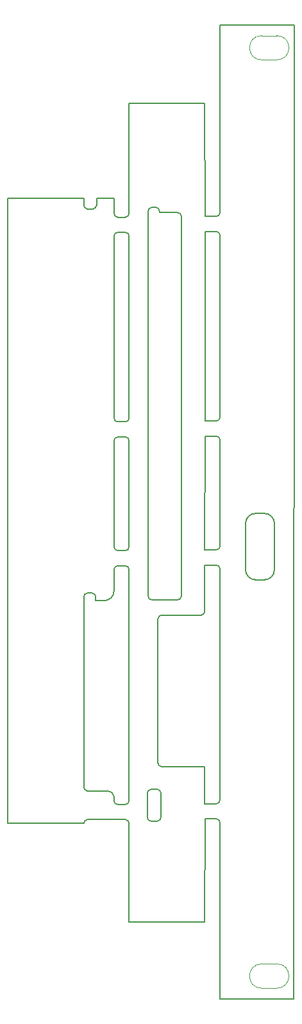
<source format=gbr>
%TF.GenerationSoftware,KiCad,Pcbnew,8.0.3*%
%TF.CreationDate,2024-07-16T15:40:11-03:00*%
%TF.ProjectId,IPS2,49505332-2e6b-4696-9361-645f70636258,rev?*%
%TF.SameCoordinates,Original*%
%TF.FileFunction,Profile,NP*%
%FSLAX46Y46*%
G04 Gerber Fmt 4.6, Leading zero omitted, Abs format (unit mm)*
G04 Created by KiCad (PCBNEW 8.0.3) date 2024-07-16 15:40:11*
%MOMM*%
%LPD*%
G01*
G04 APERTURE LIST*
%TA.AperFunction,Profile*%
%ADD10C,0.200000*%
%TD*%
%TA.AperFunction,Profile*%
%ADD11C,0.050000*%
%TD*%
G04 APERTURE END LIST*
D10*
X33740000Y-118850000D02*
X33740000Y-36350000D01*
X43740000Y-118850000D02*
X33740000Y-118850000D01*
X49740000Y-118850000D02*
X49740000Y-131850000D01*
X33740000Y-36350000D02*
X43740000Y-36350000D01*
X43740000Y-37250000D02*
X43740000Y-36350000D01*
X45440000Y-37250000D02*
G75*
G02*
X44940000Y-37750000I-500000J0D01*
G01*
X44240000Y-37750000D02*
X44940000Y-37750000D01*
X45440000Y-37250000D02*
X45440000Y-36350000D01*
X45440000Y-36350000D02*
X47740000Y-36350000D01*
X47740000Y-38350000D02*
X47740000Y-36350000D01*
X43740000Y-118850000D02*
G75*
G02*
X44240000Y-118350000I500000J0D01*
G01*
X49240000Y-118350000D02*
G75*
G02*
X49740000Y-118850000I0J-500000D01*
G01*
X52640000Y-118550000D02*
G75*
G02*
X52140000Y-118050000I0J500000D01*
G01*
X53940000Y-118050000D02*
G75*
G02*
X53440000Y-118550000I-500000J0D01*
G01*
X53440000Y-114350000D02*
G75*
G02*
X53940000Y-114850000I0J-500000D01*
G01*
X52140000Y-114850000D02*
G75*
G02*
X52640000Y-114350000I500000J0D01*
G01*
X52140000Y-114850000D02*
X52140000Y-118050000D01*
X53940000Y-114850000D02*
X53940000Y-118050000D01*
X52640000Y-114350000D02*
X53440000Y-114350000D01*
X52640000Y-118550000D02*
X53440000Y-118550000D01*
X48240000Y-116350000D02*
G75*
G02*
X47740000Y-115850000I0J500000D01*
G01*
X49740000Y-115850000D02*
G75*
G02*
X49240000Y-116350000I-500000J0D01*
G01*
X48240000Y-116350000D02*
X49240000Y-116350000D01*
X49740000Y-115850000D02*
X49740000Y-85350000D01*
X47740000Y-115850000D02*
X47740000Y-115350000D01*
X44240000Y-114550000D02*
X46940000Y-114550000D01*
X44240000Y-114550000D02*
G75*
G02*
X43740000Y-114050000I0J500000D01*
G01*
X43740000Y-114050000D02*
X43740000Y-88950000D01*
X43740000Y-88950000D02*
G75*
G02*
X44240000Y-88450000I500000J0D01*
G01*
X45340000Y-89450000D02*
X46440000Y-89450000D01*
X47740000Y-85350000D02*
X47740000Y-88150000D01*
X47740000Y-85350000D02*
G75*
G02*
X48240000Y-84850000I500000J0D01*
G01*
X49240000Y-84850000D02*
G75*
G02*
X49740000Y-85350000I0J-500000D01*
G01*
X48240000Y-84850000D02*
X49240000Y-84850000D01*
X49740000Y-23850000D02*
X49740000Y-38350000D01*
X49240000Y-38850000D02*
X48240000Y-38850000D01*
X49740000Y-38350000D02*
G75*
G02*
X49240000Y-38850000I-500000J0D01*
G01*
X48240000Y-38850000D02*
G75*
G02*
X47740000Y-38350000I0J500000D01*
G01*
X47740000Y-41350000D02*
G75*
G02*
X48240000Y-40850000I500000J0D01*
G01*
X49240000Y-40850000D02*
G75*
G02*
X49740000Y-41350000I0J-500000D01*
G01*
X48240000Y-40850000D02*
X49240000Y-40850000D01*
X47740000Y-68350000D02*
G75*
G02*
X48240000Y-67850000I500000J0D01*
G01*
X49240000Y-67850000D02*
G75*
G02*
X49740000Y-68350000I0J-500000D01*
G01*
X48240000Y-67850000D02*
X49240000Y-67850000D01*
X49740000Y-65350000D02*
G75*
G02*
X49240000Y-65850000I-500000J0D01*
G01*
X48240000Y-65850000D02*
G75*
G02*
X47740000Y-65350000I0J500000D01*
G01*
X49240000Y-65850000D02*
X48240000Y-65850000D01*
X49740000Y-82350000D02*
G75*
G02*
X49240000Y-82850000I-500000J0D01*
G01*
X48240000Y-82850000D02*
G75*
G02*
X47740000Y-82350000I0J500000D01*
G01*
X49240000Y-82850000D02*
X48240000Y-82850000D01*
X49740000Y-68350000D02*
X49740000Y-82350000D01*
X47740000Y-68350000D02*
X47740000Y-82350000D01*
X47740000Y-65350000D02*
X47740000Y-41350000D01*
X49740000Y-65350000D02*
X49740000Y-41350000D01*
X59760000Y-65750000D02*
X59760000Y-40750000D01*
X56140000Y-38250000D02*
X53740000Y-38250000D01*
X52240000Y-38050000D02*
G75*
G02*
X52740000Y-37550000I500000J0D01*
G01*
X52240000Y-88850000D02*
X52240000Y-38050000D01*
X53540000Y-110850000D02*
X53540000Y-91850000D01*
X54040000Y-111350000D02*
G75*
G02*
X53540000Y-110850000I0J500000D01*
G01*
X59740000Y-111350000D02*
X54040000Y-111350000D01*
X59745000Y-118250000D02*
X59740000Y-131850000D01*
X49240000Y-118350000D02*
X44240000Y-118350000D01*
X46940000Y-114550000D02*
G75*
G02*
X47740000Y-115350000I0J-800000D01*
G01*
X53240000Y-37550000D02*
G75*
G02*
X53740000Y-38050000I0J-500000D01*
G01*
X52740000Y-37550000D02*
X53240000Y-37550000D01*
X53740000Y-38050000D02*
X53740000Y-38250000D01*
X52740000Y-89350000D02*
G75*
G02*
X52240000Y-88850000I0J500000D01*
G01*
X52740000Y-89350000D02*
X56140000Y-89350000D01*
X56140000Y-38250000D02*
G75*
G02*
X56640000Y-38750000I0J-500000D01*
G01*
X56640000Y-38750000D02*
X56640000Y-88850000D01*
X56640000Y-88850000D02*
G75*
G02*
X56140000Y-89350000I-500000J0D01*
G01*
X59740000Y-90850000D02*
G75*
G02*
X59240000Y-91350000I-500000J0D01*
G01*
X53540000Y-91850000D02*
G75*
G02*
X54040000Y-91350000I500000J0D01*
G01*
X59240000Y-91350000D02*
X54040000Y-91350000D01*
X44840000Y-88450000D02*
G75*
G02*
X45340000Y-88950000I0J-500000D01*
G01*
X44240000Y-88450000D02*
X44840000Y-88450000D01*
X45340000Y-89450000D02*
X45340000Y-88950000D01*
X47740000Y-88150000D02*
G75*
G02*
X46440000Y-89450000I-1300000J0D01*
G01*
X61740000Y-82250000D02*
G75*
G02*
X61240000Y-82750000I-500000J0D01*
G01*
X61240000Y-84750000D02*
G75*
G02*
X61740000Y-85250000I0J-500000D01*
G01*
X61240000Y-82750000D02*
X59730000Y-82750000D01*
X59745000Y-118250000D02*
X61235000Y-118250000D01*
X44240000Y-37750000D02*
G75*
G02*
X43740000Y-37250000I0J500000D01*
G01*
X68920761Y-82330000D02*
X68920761Y-85400000D01*
X68920761Y-85400000D02*
G75*
G02*
X67620761Y-86700061I-1300061J0D01*
G01*
X61740000Y-115750000D02*
X61740000Y-85250000D01*
D11*
X69240000Y-14890000D02*
X67240000Y-14890000D01*
D10*
X59750000Y-38750000D02*
X59740000Y-23850000D01*
X71500000Y-142000000D02*
X71550000Y-13500000D01*
X61740000Y-13500000D02*
X61740000Y-38250000D01*
X59760000Y-40750000D02*
X61240000Y-40750000D01*
X61740000Y-65250000D02*
G75*
G02*
X61240000Y-65750000I-500000J0D01*
G01*
X65120761Y-79244247D02*
G75*
G02*
X66420761Y-77944308I1299939J0D01*
G01*
X61740000Y-68250000D02*
X61740000Y-82250000D01*
X65120761Y-82330000D02*
X65120761Y-79244247D01*
X59740000Y-111350000D02*
X59740000Y-116240000D01*
X61740000Y-118750000D02*
X61740000Y-142000000D01*
X61740000Y-65250000D02*
X61740000Y-41250000D01*
X61240000Y-38750000D02*
X59750000Y-38750000D01*
X49740000Y-23850000D02*
X59740000Y-23850000D01*
X61740000Y-115750000D02*
G75*
G02*
X61240000Y-116250000I-500000J0D01*
G01*
D11*
X67240000Y-18090000D02*
G75*
G02*
X67240000Y-14890000I0J1600000D01*
G01*
X69240000Y-14890000D02*
G75*
G02*
X69240000Y-18090000I0J-1600000D01*
G01*
D10*
X59760000Y-67750000D02*
X61240000Y-67750000D01*
X59740000Y-84750000D02*
X59740000Y-90850000D01*
X68920761Y-82330000D02*
X68920761Y-79244247D01*
X61240000Y-65750000D02*
X59760000Y-65750000D01*
D11*
X69240000Y-137390000D02*
X67240000Y-137390000D01*
D10*
X65120761Y-82330000D02*
X65120761Y-85400000D01*
X59740000Y-84750000D02*
X61240000Y-84750000D01*
D11*
X69240000Y-137390000D02*
G75*
G02*
X69240000Y-140590000I0J-1600000D01*
G01*
D10*
X67620761Y-77944247D02*
G75*
G02*
X68920700Y-79244247I39J-1299900D01*
G01*
X66420761Y-77950000D02*
X67620761Y-77950000D01*
D11*
X67240000Y-140590000D02*
G75*
G02*
X67240000Y-137390000I0J1600000D01*
G01*
D10*
X61240000Y-118250000D02*
G75*
G02*
X61740000Y-118750000I0J-500000D01*
G01*
X59760000Y-67750000D02*
X59730000Y-82750000D01*
X66420761Y-86700000D02*
X67620761Y-86700000D01*
D11*
X67240000Y-140590000D02*
X69240000Y-140590000D01*
X67240000Y-18090000D02*
X69240000Y-18090000D01*
D10*
X59740000Y-131850000D02*
X49740000Y-131850000D01*
X66420761Y-86700000D02*
G75*
G02*
X65120700Y-85400000I39J1300100D01*
G01*
X61240000Y-40750000D02*
G75*
G02*
X61740000Y-41250000I0J-500000D01*
G01*
X61240000Y-67750000D02*
G75*
G02*
X61740000Y-68250000I0J-500000D01*
G01*
X61740000Y-38250000D02*
G75*
G02*
X61240000Y-38750000I-500000J0D01*
G01*
X71500000Y-142000000D02*
X61740000Y-142000000D01*
X59740000Y-116240000D02*
X61240000Y-116250000D01*
X61740000Y-13500000D02*
X71550000Y-13500000D01*
M02*

</source>
